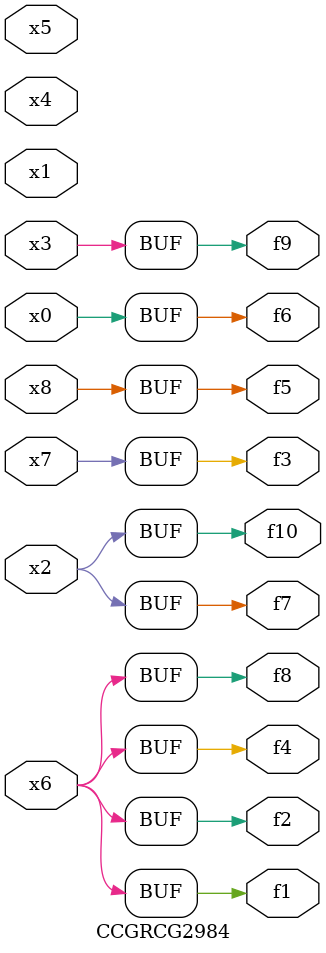
<source format=v>
module CCGRCG2984(
	input x0, x1, x2, x3, x4, x5, x6, x7, x8,
	output f1, f2, f3, f4, f5, f6, f7, f8, f9, f10
);
	assign f1 = x6;
	assign f2 = x6;
	assign f3 = x7;
	assign f4 = x6;
	assign f5 = x8;
	assign f6 = x0;
	assign f7 = x2;
	assign f8 = x6;
	assign f9 = x3;
	assign f10 = x2;
endmodule

</source>
